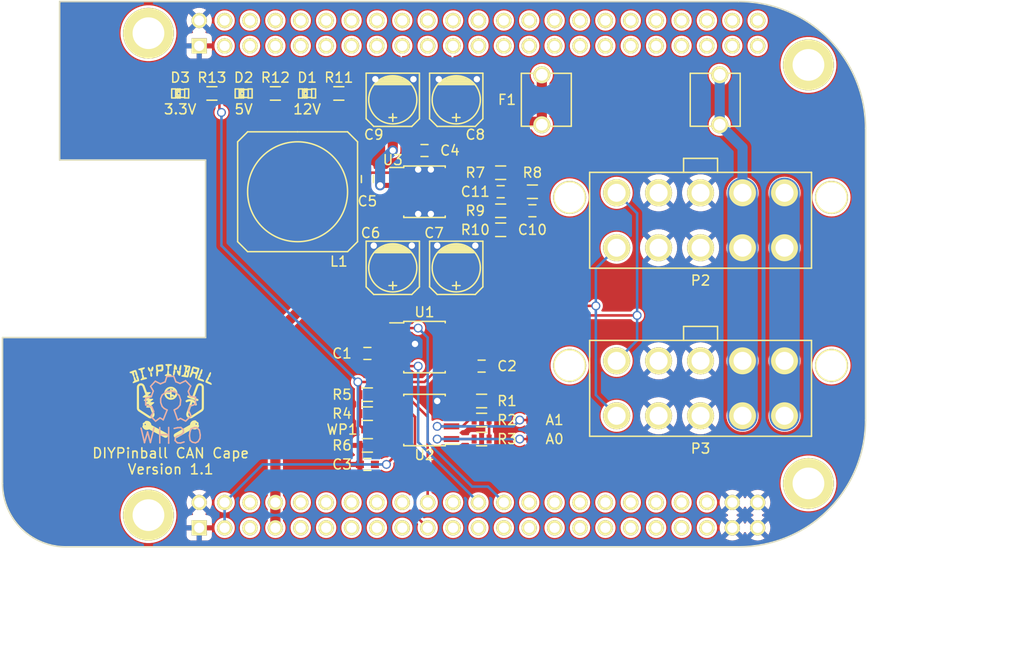
<source format=kicad_pcb>
(kicad_pcb (version 20221018) (generator pcbnew)
  (layers (0 "F.Cu" signal) (31 "B.Cu" signal) (34 "B.Paste" user) (35 "F.Paste" user) (36 "B.SilkS" user "B.Silkscreen") (37 "F.SilkS" user "F.Silkscreen") (38 "B.Mask" user) (39 "F.Mask" user) (44 "Edge.Cuts" user))
  (net 0 "")
  (net 1 "+5V")
  (net 2 "GND")
  (net 3 "+3.3V")
  (net 4 "SCL")
  (net 5 "SDA")
  (net 6 "CANRX")
  (net 7 "CANTX")
  (net 8 "Net-(R1-Pad2)")
  (net 9 "CANL")
  (net 10 "CANH")
  (net 11 "Net-(P2-Pad1)")
  (net 12 "+12V")
  (net 13 "Net-(C4-Pad1)")
  (net 14 "Net-(C5-Pad1)")
  (net 15 "Net-(C5-Pad2)")
  (net 16 "Net-(C10-Pad1)")
  (net 17 "Net-(C11-Pad2)")
  (net 18 "Net-(R7-Pad1)")
  (net 19 "Net-(R10-Pad1)")
  (net 20 "Net-(A0-Pad2)")
  (net 21 "Net-(A1-Pad2)")
  (net 22 "Net-(R6-Pad1)")
  (net 23 "Net-(F1-Pad1)")
  (net 24 "Net-(D1-Pad2)")
  (net 25 "Net-(D2-Pad2)")
  (net 26 "Net-(D3-Pad2)")
  (footprint "Beaglebone:BEAGLEBONE_BLACK" (layer "F.Cu") (at 166.37 115.57)
    (fp_text reference "P1" hide)
    (fp_text value "BEAGLEBONE_BLACK" hide)
  )
  (footprint "PinballParts:PINBALL-CONNECTOR-V" (layer "F.Cu") (at 236.22 82.8675 180)
    (fp_text reference "P2")
    (fp_text value "PINBALL-CONNECTOR" hide)
  )
  (footprint "PinballParts:PINBALL-CONNECTOR-V" (layer "F.Cu") (at 236.22 99.695 180)
    (fp_text reference "P3")
    (fp_text value "PINBALL-CONNECTOR" hide)
  )
  (footprint "Capacitors_SMD:C_0603" (layer "F.Cu") (at 202.8825 96.2025 180)
    (fp_text reference "C1")
    (fp_text value "100n")
  )
  (footprint "Capacitors_SMD:C_0603" (layer "F.Cu") (at 214.3125 97.4725)
    (fp_text reference "C2")
    (fp_text value "100n")
  )
  (footprint "Capacitors_SMD:C_0603" (layer "F.Cu") (at 202.8825 107.315 180)
    (fp_text reference "C3")
    (fp_text value "100n")
  )
  (footprint "Resistors_SMD:R_0603" (layer "F.Cu") (at 214.3125 100.965 180)
    (fp_text reference "R1")
    (fp_text value "4.7K")
  )
  (footprint "Resistors_SMD:R_0603" (layer "F.Cu") (at 214.3125 102.87 180)
    (fp_text reference "R2")
    (fp_text value "4.7K")
  )
  (footprint "Resistors_SMD:R_0603" (layer "F.Cu") (at 214.3125 104.775 180)
    (fp_text reference "R3")
    (fp_text value "4.7K")
  )
  (footprint "Resistors_SMD:R_0603" (layer "F.Cu") (at 202.8825 102.235)
    (fp_text reference "R4")
    (fp_text value "4.7K")
  )
  (footprint "Resistors_SMD:R_0603" (layer "F.Cu") (at 202.8825 100.33)
    (fp_text reference "R5")
    (fp_text value "4.7K")
  )
  (footprint "Resistors_SMD:R_0603" (layer "F.Cu") (at 202.8825 105.41 180)
    (fp_text reference "R6")
    (fp_text value "4.7K")
  )
  (footprint "Housings_SOIC:SOIC-8_3.9x4.9mm_Pitch1.27mm" (layer "F.Cu") (at 208.5975 95.5675)
    (fp_text reference "U1")
    (fp_text value "MCP2562")
  )
  (footprint "Housings_SOIC:SOIC-8_3.9x4.9mm_Pitch1.27mm" (layer "F.Cu") (at 208.5975 102.87 180)
    (fp_text reference "U2")
    (fp_text value "24C256")
  )
  (footprint "Capacitors_SMD:C_0603" (layer "F.Cu") (at 208.5975 75.8825 180)
    (fp_text reference "C4")
    (fp_text value "100n")
  )
  (footprint "Capacitors_SMD:C_0603" (layer "F.Cu") (at 202.8825 78.74 90)
    (fp_text reference "C5")
    (fp_text value "10n")
  )
  (footprint "Capacitors_SMD:c_elec_5x5.8" (layer "F.Cu") (at 205.4225 87.63 -90)
    (fp_text reference "C6")
    (fp_text value "22u")
  )
  (footprint "Capacitors_SMD:c_elec_5x5.8" (layer "F.Cu") (at 211.7725 87.63 -90)
    (fp_text reference "C7")
    (fp_text value "22u")
  )
  (footprint "Capacitors_SMD:c_elec_5x5.8" (layer "F.Cu") (at 211.7725 70.8025 -90)
    (fp_text reference "C8")
    (fp_text value "10u")
  )
  (footprint "Capacitors_SMD:c_elec_5x5.8" (layer "F.Cu") (at 205.4225 70.8025 -90)
    (fp_text reference "C9")
    (fp_text value "10u")
  )
  (footprint "Capacitors_SMD:C_0603" (layer "F.Cu") (at 219.3925 81.915)
    (fp_text reference "C10")
    (fp_text value "NP")
  )
  (footprint "Capacitors_SMD:C_0603" (layer "F.Cu") (at 216.2175 80.01)
    (fp_text reference "C11")
    (fp_text value "3.3n")
  )
  (footprint "Inductors:SELF-WE-PD-XXL" (layer "F.Cu") (at 195.8975 80.01 -90)
    (fp_text reference "L1")
    (fp_text value "4.7u")
  )
  (footprint "Resistors_SMD:R_0603" (layer "F.Cu") (at 216.2175 78.105)
    (fp_text reference "R7")
    (fp_text value "10K")
  )
  (footprint "Resistors_SMD:R_0603" (layer "F.Cu") (at 219.3925 80.01 180)
    (fp_text reference "R8")
    (fp_text value "13K")
  )
  (footprint "Resistors_SMD:R_0603" (layer "F.Cu") (at 216.2175 81.915 180)
    (fp_text reference "R9")
    (fp_text value "11.8K")
  )
  (footprint "Resistors_SMD:R_0603" (layer "F.Cu") (at 216.2175 83.82)
    (fp_text reference "R10")
    (fp_text value "53.6K")
  )
  (footprint "Housings_SOIC:SOIC-8-1EP_3.9x4.9mm_Pitch1.27mm" (layer "F.Cu") (at 208.5975 80.01)
    (fp_text reference "U3")
    (fp_text value "AP3513E")
  )
  (footprint "open-project:S_JUMPER_2" (layer "F.Cu") (at 219.3925 104.775 180)
    (fp_text reference "A0")
    (fp_text value "JUMPER" hide)
  )
  (footprint "open-project:S_JUMPER_2" (layer "F.Cu") (at 219.3925 102.87 180)
    (fp_text reference "A1")
    (fp_text value "JUMPER" hide)
  )
  (footprint "open-project:S_JUMPER_2" (layer "F.Cu") (at 202.8825 103.8225)
    (fp_text reference "WP1")
    (fp_text value "JUMPER" hide)
  )
  (footprint "PinballParts:FIDUCIAL" (layer "F.Cu") (at 242.57 70.1675)
    (fp_text reference "FIDUCIAL" hide)
    (fp_text value "VAL**" hide)
  )
  (footprint "PinballParts:FIDUCIAL" (layer "F.Cu") (at 171.7675 108.9025)
    (fp_text reference "FIDUCIAL" hide)
    (fp_text value "VAL**" hide)
  )
  (footprint "PinballParts:diypinball-logo-small" (layer "F.Cu") (at 183.1975 100.965)
    (fp_text reference "G***" hide)
    (fp_text value "DIYPINBALL-LOGO-SMALL" hide)
  )
  (footprint "LEDs:LED-0603" (layer "F.Cu") (at 196.85 70.1675)
    (fp_text reference "D1")
    (fp_text value "LED")
  )
  (footprint "LEDs:LED-0603" (layer "F.Cu") (at 190.5 70.1675)
    (fp_text reference "D2")
    (fp_text value "LED")
  )
  (footprint "LEDs:LED-0603" (layer "F.Cu") (at 184.15 70.1675)
    (fp_text reference "D3")
    (fp_text value "LED")
  )
  (footprint "Resistors_SMD:R_0603" (layer "F.Cu") (at 200.025 70.1675 180)
    (fp_text reference "R11")
    (fp_text value "4.7K")
  )
  (footprint "Resistors_SMD:R_0603" (layer "F.Cu") (at 193.675 70.1675 180)
    (fp_text reference "R12")
    (fp_text value "1K")
  )
  (footprint "Resistors_SMD:R_0603" (layer "F.Cu") (at 187.325 70.1675 180)
    (fp_text reference "R13")
    (fp_text value "1K")
  )
  (footprint "PinballParts:FC203-20MM" (layer "F.Cu") (at 229.235 70.8025 180)
    (fp_text reference "F1")
    (fp_text value "FUSE" hide)
  )
  (footprint "Symbols:Symbol_OSHW-Logo_SilkScreen" (layer "B.Cu") (at 183.1975 100.965 180)
    (fp_text reference "REF**" hide)
    (fp_text value "Symbol_OSHW-Logo_SilkScreen")
  )
  (gr_line (start 172.085 60.96) (end 240.03 60.96) (stroke (width 0.1)) (layer "Edge.Cuts"))
  (gr_arc (start 172.72 115.57) (mid 168.229872 113.710128) (end 166.37 109.22) (stroke (width 0.1)) (layer "Edge.Cuts"))
  (gr_arc (start 240.03 60.96) (mid 249.010256 64.679744) (end 252.73 73.66) (stroke (width 0.1)) (layer "Edge.Cuts"))
  (gr_line (start 172.085 76.835) (end 186.69 76.835) (stroke (width 0.1)) (layer "Edge.Cuts"))
  (gr_line (start 186.69 76.835) (end 186.69 94.615) (stroke (width 0.1)) (layer "Edge.Cuts"))
  (gr_line (start 166.37 94.615) (end 166.37 109.22) (stroke (width 0.1)) (layer "Edge.Cuts"))
  (gr_line (start 172.72 115.57) (end 240.03 115.57) (stroke (width 0.1)) (layer "Edge.Cuts"))
  (gr_line (start 186.69 94.615) (end 166.37 94.615) (stroke (width 0.1)) (layer "Edge.Cuts"))
  (gr_line (start 172.085 60.96) (end 172.085 76.835) (stroke (width 0.1)) (layer "Edge.Cuts"))
  (gr_arc (start 252.73 102.87) (mid 249.010256 111.850256) (end 240.03 115.57) (stroke (width 0.1)) (layer "Edge.Cuts"))
  (gr_line (start 252.73 102.87) (end 252.73 73.66) (stroke (width 0.1)) (layer "Edge.Cuts"))
  (gr_text "5V" (at 190.5 71.755) (layer "F.SilkS") (effects (font (size 1 1))))
  (gr_text "DIYPinball CAN Cape\nVersion 1.1\n" (at 183.1975 106.9975) (layer "F.SilkS") (effects (font (size 1 1))))
  (gr_text "3.3V" (at 184.15 71.755) (layer "F.SilkS") (effects (font (size 1 1))))
  (gr_text "12V" (at 196.85 71.755) (layer "F.SilkS") (effects (font (size 1 1))))
  (segment (start 215.92286 89.82964) (end 216.9675 88.785) (width 0.254) (layer "F.Cu") (net 1))
  (segment (start 216.9675 88.785) (end 216.9675 83.82) (width 0.254) (layer "F.Cu") (net 1))
  (segment (start 198.09714 89.82964) (end 195.8975 87.63) (width 1.016) (layer "F.Cu") (net 1))
  (segment (start 195.8975 87.63) (end 195.8975 85.01126) (width 1.016) (layer "F.Cu") (net 1))
  (segment (start 198.12 89.82964) (end 198.09714 89.82964) (width 1.016) (layer "F.Cu") (net 1))
  (segment (start 193.675 94.27464) (end 193.675 111.125) (width 1.016) (layer "F.Cu") (net 1))
  (segment (start 203.6325 89.82964) (end 203.60964 89.8525) (width 0.254) (layer "F.Cu") (net 1))
  (segment (start 203.60964 89.8525) (end 203.5175 89.8525) (width 0.254) (layer "F.Cu") (net 1))
  (segment (start 203.5175 89.8525) (end 203.5175 89.82964) (width 0.254) (layer "F.Cu") (net 1))
  (segment (start 203.5175 89.82964) (end 198.12 89.82964) (width 1.016) (layer "F.Cu") (net 1))
  (segment (start 194.425 71.3225) (end 192.405 73.3425) (width 0.254) (layer "F.Cu") (net 1))
  (segment (start 192.405 73.3425) (end 192.405 79.0575) (width 0.254) (layer "F.Cu") (net 1))
  (segment (start 192.405 79.0575) (end 195.8975 82.55) (width 0.254) (layer "F.Cu") (net 1))
  (segment (start 195.8975 82.55) (end 195.8975 85.01126) (width 0.254) (layer "F.Cu") (net 1))
  (segment (start 205.4225 89.82964) (end 203.5175 89.82964) (width 1.016) (layer "F.Cu") (net 1))
  (segment (start 198.12 89.82964) (end 193.675 94.27464) (width 1.016) (layer "F.Cu") (net 1))
  (segment (start 193.675 113.665) (end 193.675 111.125) (width 1.016) (layer "F.Cu") (net 1))
  (segment (start 194.425 70.1675) (end 194.425 71.3225) (width 0.254) (layer "F.Cu") (net 1))
  (segment (start 205.8975 96.2025) (end 203.6325 96.2025) (width 0.254) (layer "F.Cu") (net 1))
  (segment (start 211.7725 89.82964) (end 215.92286 89.82964) (width 0.254) (layer "F.Cu") (net 1))
  (segment (start 211.7725 89.82964) (end 205.4225 89.82964) (width 1.016) (layer "F.Cu") (net 1))
  (segment (start 203.6325 96.2025) (end 203.6325 89.82964) (width 0.254) (layer "F.Cu") (net 1))
  (segment (start 207.46339 68.76161) (end 207.48625 68.73875) (width 0.508) (layer "F.Cu") (net 2))
  (segment (start 210.04911 68.76161) (end 210.02625 68.73875) (width 0.508) (layer "F.Cu") (net 2))
  (segment (start 213.81339 68.76161) (end 213.83625 68.73875) (width 0.508) (layer "F.Cu") (net 2))
  (segment (start 203.69911 68.76161) (end 203.67625 68.73875) (width 0.508) (layer "F.Cu") (net 2))
  (segment (start 209.89036 85.43036) (end 209.8675 85.4075) (width 0.254) (layer "F.Cu") (net 2))
  (segment (start 213.65464 85.43036) (end 213.6775 85.4075) (width 0.254) (layer "F.Cu") (net 2))
  (segment (start 207.30464 85.43036) (end 207.3275 85.4075) (width 0.254) (layer "F.Cu") (net 2))
  (segment (start 203.54036 85.43036) (end 203.5175 85.4075) (width 0.254) (layer "F.Cu") (net 2))
  (segment (start 208.01 77.835) (end 207.9625 77.7875) (width 0.254) (layer "F.Cu") (net 2))
  (segment (start 209.185 77.835) (end 209.2325 77.7875) (width 0.254) (layer "F.Cu") (net 2))
  (segment (start 209.185 82.185) (end 209.2325 82.2325) (width 0.254) (layer "F.Cu") (net 2))
  (segment (start 208.01 82.185) (end 207.9625 82.2325) (width 0.254) (layer "F.Cu") (net 2))
  (segment (start 207.3275 94.9325) (end 207.645 95.25) (width 0.254) (layer "F.Cu") (net 2))
  (segment (start 205.4225 85.43036) (end 203.54036 85.43036) (width 0.254) (layer "F.Cu") (net 2))
  (segment (start 211.7725 85.43036) (end 213.65464 85.43036) (width 0.254) (layer "F.Cu") (net 2))
  (segment (start 205.58125 68.76161) (end 203.69911 68.76161) (width 0.508) (layer "F.Cu") (net 2))
  (segment (start 211.2975 100.965) (end 209.8675 100.965) (width 0.254) (layer "F.Cu") (net 2))
  (segment (start 211.93125 68.76161) (end 210.04911 68.76161) (width 0.508) (layer "F.Cu") (net 2))
  (segment (start 211.7725 85.43036) (end 209.89036 85.43036) (width 0.254) (layer "F.Cu") (net 2))
  (segment (start 205.58125 68.76161) (end 207.46339 68.76161) (width 0.508) (layer "F.Cu") (net 2))
  (segment (start 208.01 80.5975) (end 208.01 82.185) (width 0.254) (layer "F.Cu") (net 2))
  (segment (start 209.185 80.5975) (end 209.185 82.185) (width 0.254) (layer "F.Cu") (net 2))
  (segment (start 209.185 79.4225) (end 209.185 77.835) (width 0.254) (layer "F.Cu") (net 2))
  (segment (start 205.8975 94.9325) (end 207.3275 94.9325) (width 0.254) (layer "F.Cu") (net 2))
  (segment (start 208.01 79.4225) (end 208.01 77.835) (width 0.254) (layer "F.Cu") (net 2))
  (segment (start 211.93125 68.76161) (end 213.81339 68.76161) (width 0.508) (layer "F.Cu") (net 2))
  (segment (start 205.4225 85.43036) (end 207.30464 85.43036) (width 0.254) (layer "F.Cu") (net 2))
  (via (at 209.8675 100.965) (size 0.889) (drill 0.635) (layers "F.Cu" "B.Cu") (net 2))
  (via (at 209.2325 77.7875) (size 0.889) (drill 0.635) (layers "F.Cu" "B.Cu") (net 2))
  (via (at 203.5175 85.4075) (size 0.889) (drill 0.635) (layers "F.Cu" "B.Cu") (net 2))
  (via (at 213.6775 85.4075) (size 0.889) (drill 0.635) (layers "F.Cu" "B.Cu") (net 2))
  (via (at 207.9625 77.7875) (size 0.889) (drill 0.635) (layers "F.Cu" "B.Cu") (net 2))
  (via (at 207.645 95.25) (size 0.889) (drill 0.635) (layers "F.Cu" "B.Cu") (net 2))
  (via (at 207.48625 68.73875) (size 0.889) (drill 0.635) (layers "F.Cu" "B.Cu") (net 2))
  (via (at 209.2325 82.2325) (size 0.889) (drill 0.635) (layers "F.Cu" "B.Cu") (net 2))
  (via (at 203.67625 68.73875) (size 0.889) (drill 0.635) (layers "F.Cu" "B.Cu") (net 2))
  (via (at 213.83625 68.73875) (size 0.889) (drill 0.635) (layers "F.Cu" "B.Cu") (net 2))
  (via (at 209.8675 85.4075) (size 0.889) (drill 0.635) (layers "F.Cu" "B.Cu") (net 2))
  (via (at 207.9625 82.2325) (size 0.889) (drill 0.635) (layers "F.Cu" "B.Cu") (net 2))
  (via (at 207.3275 85.4075) (size 0.889) (drill 0.635) (layers "F.Cu" "B.Cu") (net 2))
  (via (at 210.02625 68.73875) (size 0.889) (drill 0.635) (layers "F.Cu" "B.Cu") (net 2))
  (segment (start 202.1325 103.4281) (end 202.5269 103.8225) (width 0.254) (layer "F.Cu") (net 3))
  (segment (start 204.7875 107.315) (end 205.8975 106.205) (width 0.254) (layer "F.Cu") (net 3))
  (segment (start 205.8975 106.205) (end 205.8975 104.775) (width 0.254) (layer "F.Cu") (net 3))
  (segment (start 213.5625 98.31) (end 215.0625 99.81) (width 0.254) (layer "F.Cu") (net 3))
  (segment (start 215.0625 99.81) (end 215.0625 100.965) (width 0.254) (layer "F.Cu") (net 3))
  (segment (start 201.93 99.06) (end 202.1325 99.2625) (width 0.254) (layer "F.Cu") (net 3))
  (segment (start 202.1325 99.2625) (end 202.1325 100.33) (width 0.254) (layer "F.Cu") (net 3))
  (segment (start 208.5975 99.06) (end 210.185 97.4725) (width 0.254) (layer "F.Cu") (net 3))
  (segment (start 210.185 97.4725) (end 211.2975 97.4725) (width 0.254) (layer "F.Cu") (net 3))
  (segment (start 188.075 71.87) (end 188.2775 72.0725) (width 0.254) (layer "F.Cu") (net 3))
  (segment (start 188.075 70.1675) (end 188.075 71.87) (width 0.254) (layer "F.Cu") (net 3))
  (segment (start 213.5625 97.4725) (end 213.5625 98.31) (width 0.254) (layer "F.Cu") (net 3))
  (segment (start 201.93 99.06) (end 208.5975 99.06) (width 0.254) (layer "F.Cu") (net 3))
  (segment (start 203.6325 107.315) (end 204.7875 107.315) (width 0.254) (layer "F.Cu") (net 3))
  (segment (start 215.0625 100.965) (end 215.0625 102.87) (width 0.254) (layer "F.Cu") (net 3))
  (segment (start 215.0625 104.775) (end 215.0625 102.87) (width 0.254) (layer "F.Cu") (net 3))
  (segment (start 202.1325 102.235) (end 202.1325 103.4281) (width 0.254) (layer "F.Cu") (net 3))
  (segment (start 211.2975 97.4725) (end 213.5625 97.4725) (width 0.254) (layer "F.Cu") (net 3))
  (segment (start 202.1325 100.33) (end 202.1325 102.235) (width 0.254) (layer "F.Cu") (net 3))
  (via (at 204.7875 107.315) (size 0.889) (drill 0.635) (layers "F.Cu" "B.Cu") (net 3))
  (via (at 201.93 99.06) (size 0.889) (drill 0.635) (layers "F.Cu" "B.Cu") (net 3))
  (via (at 188.2775 72.0725) (size 0.889) (drill 0.635) (layers "F.Cu" "B.Cu") (net 3))
  (segment (start 188.595 111.125) (end 188.595 113.665) (width 0.254) (layer "B.Cu") (net 3))
  (segment (start 192.405 107.315) (end 201.93 107.315) (width 0.254) (layer "B.Cu") (net 3))
  (segment (start 201.93 107.315) (end 204.7875 107.315) (width 0.254) (layer "B.Cu") (net 3))
  (segment (start 188.2775 72.0725) (end 188.2775 85.4075) (width 0.254) (layer "B.Cu") (net 3))
  (segment (start 188.2775 85.4075) (end 201.93 99.06) (width 0.254) (layer "B.Cu") (net 3))
  (segment (start 201.93 107.315) (end 201.93 99.06) (width 0.254) (layer "B.Cu") (net 3))
  (segment (start 188.595 111.125) (end 192.405 107.315) (width 0.254) (layer "B.Cu") (net 3))
  (segment (start 207.645 110.1725) (end 207.645 102.5525) (width 0.254) (layer "F.Cu") (net 4))
  (segment (start 207.645 102.5525) (end 207.3275 102.235) (width 0.254) (layer "F.Cu") (net 4))
  (segment (start 207.3275 102.235) (end 205.8975 102.235) (width 0.254) (layer "F.Cu") (net 4))
  (segment (start 208.915 113.665) (end 207.645 112.395) (width 0.254) (layer "F.Cu") (net 4))
  (segment (start 205.8975 102.235) (end 203.6325 102.235) (width 0.254) (layer "F.Cu") (net 4))
  (segment (start 207.645 112.395) (end 207.645 110.1725) (width 0.254) (layer "F.Cu") (net 4))
  (segment (start 208.915 102.5525) (end 207.3275 100.965) (width 0.254) (layer "F.Cu") (net 5))
  (segment (start 207.3275 100.965) (end 205.8975 100.965) (width 0.254) (layer "F.Cu") (net 5))
  (segment (start 204.7875 100.965) (end 204.1525 100.33) (width 0.254) (layer "F.Cu") (net 5))
  (segment (start 204.1525 100.33) (end 203.6325 100.33) (width 0.254) (layer "F.Cu") (net 5))
  (segment (start 208.915 111.125) (end 208.915 108.9025) (width 0.254) (layer "F.Cu") (net 5))
  (segment (start 208.915 108.9025) (end 208.915 102.5525) (width 0.254) (layer "F.Cu") (net 5))
  (segment (start 205.8975 100.965) (end 204.7875 100.965) (width 0.254) (layer "F.Cu") (net 5))
  (segment (start 207.9625 97.4725) (end 205.8975 97.4725) (width 0.254) (layer "F.Cu") (net 6))
  (via (at 207.9625 97.4725) (size 0.889) (drill 0.635) (layers "F.Cu" "B.Cu") (net 6))
  (segment (start 207.9625 105.0925) (end 207.9625 97.4725) (width 0.254) (layer "B.Cu") (net 6))
  (segment (start 213.995 111.125) (end 207.9625 105.0925) (width 0.254) (layer "B.Cu") (net 6))
  (segment (start 207.9625 93.6625) (end 205.8975 93.6625) (width 0.254) (layer "F.Cu") (net 7))
  (via (at 207.9625 93.6625) (size 0.889) (drill 0.635) (layers "F.Cu" "B.Cu") (net 7))
  (segment (start 207.9625 93.6625) (end 208.915 94.615) (width 0.254) (layer "B.Cu") (net 7))
  (segment (start 208.915 94.615) (end 208.915 103.505) (width 0.254) (layer "B.Cu") (net 7))
  (segment (start 214.9475 109.5375) (end 213.36 109.5375) (width 0.254) (layer "B.Cu") (net 7))
  (segment (start 213.36 109.5375) (end 208.915 105.0925) (width 0.254) (layer "B.Cu") (net 7))
  (segment (start 208.915 105.0925) (end 208.915 103.505) (width 0.254) (layer "B.Cu") (net 7))
  (segment (start 216.535 111.125) (end 214.9475 109.5375) (width 0.254) (layer "B.Cu") (net 7))
  (segment (start 212.4075 102.235) (end 212.725 101.9175) (width 0.254) (layer "F.Cu") (net 8))
  (segment (start 212.725 101.9175) (end 212.725 101.2825) (width 0.254) (layer "F.Cu") (net 8))
  (segment (start 212.725 101.2825) (end 213.0425 100.965) (width 0.254) (layer "F.Cu") (net 8))
  (segment (start 213.0425 100.965) (end 213.5625 100.965) (width 0.254) (layer "F.Cu") (net 8))
  (segment (start 211.2975 102.235) (end 212.4075 102.235) (width 0.254) (layer "F.Cu") (net 8))
  (segment (start 218.1225 96.2025) (end 221.9325 92.3925) (width 0.254) (layer "F.Cu") (net 9))
  (segment (start 221.9325 92.3925) (end 229.87 92.3925) (width 0.254) (layer "F.Cu") (net 9))
  (segment (start 211.2975 96.2025) (end 218.1225 96.2025) (width 0.254) (layer "F.Cu") (net 9))
  (via (at 229.87 92.3925) (size 0.889) (drill 0.635) (layers "F.Cu" "B.Cu") (net 9))
  (segment (start 229.87 94.895) (end 227.82 96.945) (width 0.254) (layer "B.Cu") (net 9))
  (segment (start 229.87 92.3925) (end 229.87 94.895) (width 0.254) (layer "B.Cu") (net 9))
  (segment (start 229.87 82.1675) (end 227.82 80.1175) (width 0.254) (layer "B.Cu") (net 9))
  (segment (start 229.87 91.44) (end 229.87 82.1675) (width 0.254) (layer "B.Cu") (net 9))
  (segment (start 227.82 96.945) (end 227.8575 96.945) (width 0.254) (layer "B.Cu") (net 9))
  (segment (start 229.87 92.3925) (end 229.87 91.44) (width 0.254) (layer "B.Cu") (net 9))
  (segment (start 218.1225 94.9325) (end 221.615 91.44) (width 0.254) (layer "F.Cu") (net 10))
  (segment (start 221.615 91.44) (end 225.7425 91.44) (width 0.254) (layer "F.Cu") (net 10))
  (segment (start 211.2975 94.9325) (end 218.1225 94.9325) (width 0.254) (layer "F.Cu") (net 10))
  (via (at 225.7425 91.44) (size 0.889) (drill 0.635) (layers "F.Cu" "B.Cu") (net 10))
  (segment (start 225.7425 91.44) (end 225.7425 96.8375) (width 0.254) (layer "B.Cu") (net 10))
  (segment (start 225.7425 100.3675) (end 227.82 102.445) (width 0.254) (layer "B.Cu") (net 10))
  (segment (start 225.7425 87.695) (end 227.82 85.6175) (width 0.254) (layer "B.Cu") (net 10))
  (segment (start 227.82 102.445) (end 227.82 102.4075) (width 0.254) (layer "B.Cu") (net 10))
  (segment (start 225.7425 96.8375) (end 225.7425 100.3675) (width 0.254) (layer "B.Cu") (net 10))
  (segment (start 225.7425 91.44) (end 225.7425 87.695) (width 0.254) (layer "B.Cu") (net 10))
  (segment (start 244.62 96.945) (end 244.62 85.6175) (width 3.048) (layer "B.Cu") (net 11))
  (segment (start 244.62 102.445) (end 244.62 96.945) (width 3.048) (layer "B.Cu") (net 11))
  (segment (start 244.62 80.1175) (end 244.62 85.6175) (width 3.048) (layer "B.Cu") (net 11))
  (segment (start 204.1525 79.375) (end 205.8975 79.375) (width 0.508) (layer "F.Cu") (net 12))
  (segment (start 216.9675 73.00214) (end 217.17 73.20464) (width 0.254) (layer "F.Cu") (net 12))
  (segment (start 217.17 73.20464) (end 217.17 73.3425) (width 0.254) (layer "F.Cu") (net 12))
  (segment (start 217.17 73.3425) (end 217.17 73.00214) (width 0.254) (layer "F.Cu") (net 12))
  (segment (start 202.22464 73.00214) (end 200.775 71.5525) (width 0.254) (layer "F.Cu") (net 12))
  (segment (start 200.775 71.5525) (end 200.775 70.1675) (width 0.254) (layer "F.Cu") (net 12))
  (segment (start 220.03464 73.00214) (end 220.335 73.3025) (width 1.016) (layer "F.Cu") (net 12))
  (segment (start 211.7725 73.00214) (end 205.4225 73.00214) (width 1.016) (layer "F.Cu") (net 12))
  (segment (start 211.7725 73.00214) (end 217.17 73.00214) (width 1.016) (layer "F.Cu") (net 12))
  (segment (start 205.4225 73.00214) (end 202.22464 73.00214) (width 0.254) (layer "F.Cu") (net 12))
  (segment (start 205.4225 73.00214) (end 205.4225 75.8825) (width 1.016) (layer "F.Cu") (net 12))
  (segment (start 216.9675 78.105) (end 216.9675 73.00214) (width 0.254) (layer "F.Cu") (net 12))
  (segment (start 217.17 73.00214) (end 220.03464 73.00214) (width 1.016) (layer "F.Cu") (net 12))
  (segment (start 220.335 68.3025) (end 220.335 73.3025) (width 1.016) (layer "F.Cu") (net 12))
  (via (at 204.1525 79.375) (size 0.889) (drill 0.635) (layers "F.Cu" "B.Cu") (net 12))
  (via (at 205.4225 75.8825) (size 0.889) (drill 0.635) (layers "F.Cu" "B.Cu") (net 12))
  (segment (start 205.4225 75.8825) (end 204.1525 77.1525) (width 1.016) (layer "B.Cu") (net 12))
  (segment (start 204.1525 77.1525) (end 204.1525 79.375) (width 1.016) (layer "B.Cu") (net 12))
  (segment (start 211.2975 76.6775) (end 210.5025 75.8825) (width 0.254) (layer "F.Cu") (net 13))
  (segment (start 210.5025 75.8825) (end 209.3475 75.8825) (width 0.254) (layer "F.Cu") (net 13))
  (segment (start 211.2975 78.105) (end 211.2975 76.6775) (width 0.254) (layer "F.Cu") (net 13))
  (segment (start 197.8025 80.645) (end 195.8975 78.74) (width 0.508) (layer "F.Cu") (net 14))
  (segment (start 195.8975 78.74) (end 195.8975 75.00874) (width 0.508) (layer "F.Cu") (net 14))
  (segment (start 202.8825 80.645) (end 197.8025 80.645) (width 0.508) (layer "F.Cu") (net 14))
  (segment (start 202.8825 79.49) (end 202.8825 80.645) (width 0.254) (layer "F.Cu") (net 14))
  (segment (start 205.8975 80.645) (end 202.8825 80.645) (width 0.508) (layer "F.Cu") (net 14))
  (segment (start 203.15625 78.26375) (end 203.04125 78.14875) (width 0.254) (layer "F.Cu") (net 15))
  (segment (start 202.9975 78.105) (end 202.8825 77.99) (width 0.254) (layer "F.Cu") (net 15))
  (segment (start 205.8975 78.105) (end 202.9975 78.105) (width 0.254) (layer "F.Cu") (net 15))
  (segment (start 213.995 80.01) (end 213.36 80.645) (width 0.254) (layer "F.Cu") (net 16))
  (segment (start 213.36 80.645) (end 211.2975 80.645) (width 0.254) (layer "F.Cu") (net 16))
  (segment (start 215.4675 80.8475) (end 215.5825 80.9625) (width 0.254) (layer "F.Cu") (net 16))
  (segment (start 215.5825 80.9625) (end 218.44 80.9625) (width 0.254) (layer "F.Cu") (net 16))
  (segment (start 218.44 80.9625) (end 218.6425 81.165) (width 0.254) (layer "F.Cu") (net 16))
  (segment (start 218.6425 81.165) (end 218.6425 81.915) (width 0.254) (layer "F.Cu") (net 16))
  (segment (start 215.4675 80.01) (end 215.4675 80.8475) (width 0.254) (layer "F.Cu") (net 16))
  (segment (start 215.4675 80.01) (end 213.995 80.01) (width 0.254) (layer "F.Cu") (net 16))
  (segment (start 218.6425 80.01) (end 216.9675 80.01) (width 0.254) (layer "F.Cu") (net 17))
  (segment (start 214.3125 78.105) (end 213.0425 79.375) (width 0.254) (layer "F.Cu") (net 18))
  (segment (start 213.0425 79.375) (end 211.2975 79.375) (width 0.254) (layer "F.Cu") (net 18))
  (segment (start 215.4675 78.105) (end 214.3125 78.105) (width 0.254) (layer "F.Cu") (net 18))
  (segment (start 211.2975 81.915) (end 215.4675 81.915) (width 0.254) (layer "F.Cu") (net 19))
  (segment (start 215.4675 81.915) (end 215.4675 83.82) (width 0.254) (layer "F.Cu") (net 19))
  (segment (start 218.1225 104.775) (end 219.0369 104.775) (width 0.254) (layer "F.Cu") (net 20))
  (segment (start 211.2975 104.775) (end 209.8675 104.775) (width 0.254) (layer "F.Cu") (net 20))
  (segment (start 213.5625 104.775) (end 211.2975 104.775) (width 0.254) (layer "F.Cu") (net 20))
  (via (at 218.1225 104.775) (size 0.889) (drill 0.635) (layers "F.Cu" "B.Cu") (net 20))
  (via (at 209.8675 104.775) (size 0.889) (drill 0.635) (layers "F.Cu" "B.Cu") (net 20))
  (segment (start 209.8675 104.775) (end 218.1225 104.775) (width 0.254) (layer "B.Cu") (net 20))
  (segment (start 212.4075 103.505) (end 213.0425 102.87) (width 0.254) (layer "F.Cu") (net 21))
  (segment (start 213.0425 102.87) (end 213.5625 102.87) (width 0.254) (layer "F.Cu") (net 21))
  (segment (start 209.8675 103.505) (end 211.2975 103.505) (width 0.254) (layer "F.Cu") (net 21))
  (segment (start 219.0369 102.87) (end 218.1225 102.87) (width 0.254) (layer "F.Cu") (net 21))
  (segment (start 211.2975 103.505) (end 212.4075 103.505) (width 0.254) (layer "F.Cu") (net 21))
  (via (at 218.1225 102.87) (size 0.889) (drill 0.635) (layers "F.Cu" "B.Cu") (net 21))
  (via (at 209.8675 103.505) (size 0.889) (drill 0.635) (layers "F.Cu" "B.Cu") (net 21))
  (segment (start 218.1225 102.87) (end 217.4875 103.505) (width 0.254) (layer "B.Cu") (net 21))
  (segment (start 217.4875 103.505) (end 209.8675 103.505) (width 0.254) (layer "B.Cu") (net 21))
  (segment (start 204.1525 103.505) (end 203.835 103.8225) (width 0.254) (layer "F.Cu") (net 22))
  (segment (start 203.835 103.8225) (end 203.835 105.2075) (width 0.254) (layer "F.Cu") (net 22))
  (segment (start 203.835 105.2075) (end 203.6325 105.41) (width 0.254) (layer "F.Cu") (net 22))
  (segment (start 203.2381 103.8225) (end 203.835 103.8225) (width 0.254) (layer "F.Cu") (net 22))
  (segment (start 205.8975 103.505) (end 204.1525 103.505) (width 0.254) (layer "F.Cu") (net 22))
  (segment (start 240.42 75.5875) (end 238.135 73.3025) (width 1.016) (layer "B.Cu") (net 23))
  (segment (start 238.135 73.3025) (end 238.135 68.3025) (width 1.016) (layer "B.Cu") (net 23))
  (segment (start 240.42 96.945) (end 240.42 102.445) (width 3.048) (layer "B.Cu") (net 23))
  (segment (start 240.42 85.6175) (end 240.42 96.945) (width 3.048) (layer "B.Cu") (net 23))
  (segment (start 240.42 80.1175) (end 240.42 75.5875) (width 1.016) (layer "B.Cu") (net 23))
  (segment (start 240.42 80.1175) (end 240.42 85.6175) (width 3.048) (layer "B.Cu") (net 23))
  (segment (start 199.275 70.1675) (end 197.5993 70.1675) (width 0.254) (layer "F.Cu") (net 24))
  (segment (start 192.925 70.1675) (end 191.2493 70.1675) (width 0.254) (layer "F.Cu") (net 25))
  (segment (start 186.575 70.1675) (end 184.8993 70.1675) (width 0.254) (layer "F.Cu") (net 26))
  (zone (net 2) (net_name "GND") (layer "F.Cu") (connect_pads (clearance 0.254)) (min_thickness 0.2038) (fill yes (thermal_gap 0.508) (thermal_bridge_width 0.508))
    (polygon (pts (xy 166.37 60.96) (xy 252.73 60.96) (xy 252.73 115.57) (xy 166.37 115.57)))
  )
  (zone (net 2) (net_name "GND") (layer "B.Cu") (connect_pads (clearance 0.381)) (min_thickness 0.254) (fill yes (thermal_gap 0.508) (thermal_bridge_width 0.508))
    (polygon (pts (xy 166.37 60.96) (xy 252.73 60.96) (xy 252.73 115.57) (xy 166.37 115.57)))
  )
)
</source>
